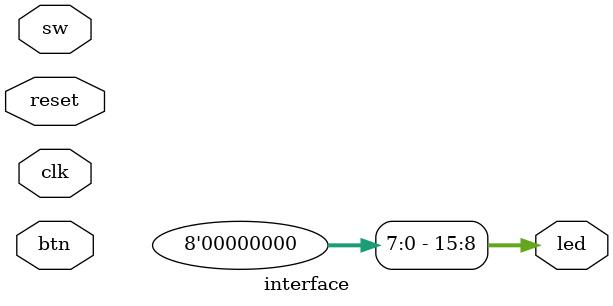
<source format=v>


module interface(clk, reset, sw, led, btn);
	input clk;
	input reset;
	input [15: 0] sw;
	input [4: 0] btn;

	output [15: 0] led;

	reg [15: 0] value;
	
	// initial value = 38;
	
	// wire scl;
	// wire sda;
	
	// i2c_master #(8) m_i2c_m(clk, reset, 1, value, scl, sda);
	// i2c_slave #(16) m_i2c_s(reset, scl, sda, led);

	assign led[15: 8] = 0;
endmodule
</source>
